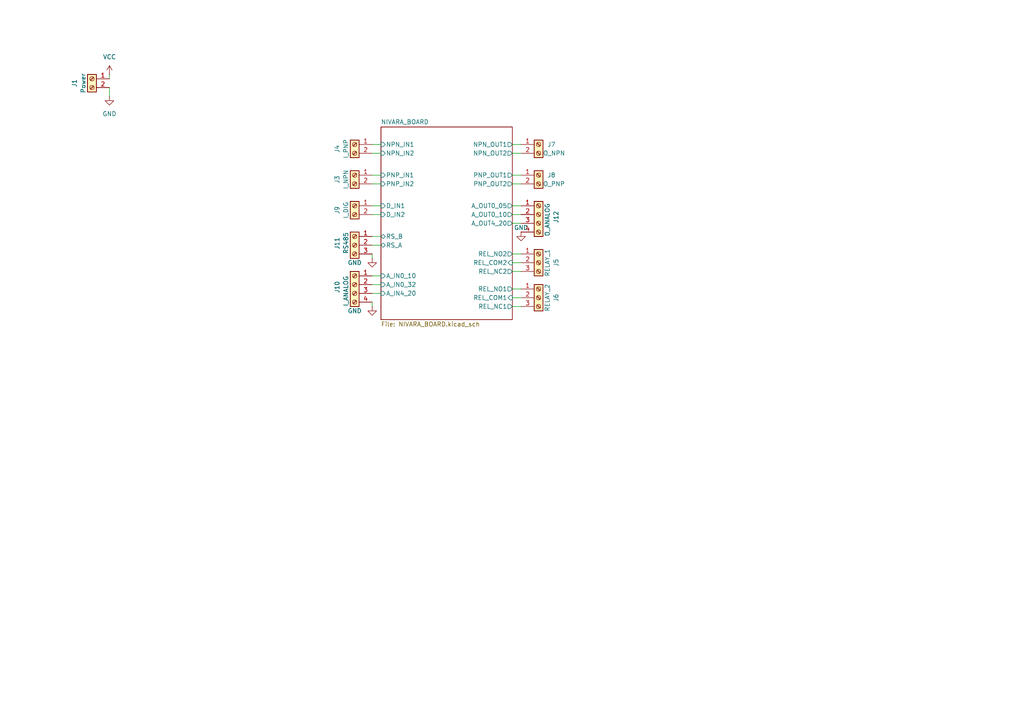
<source format=kicad_sch>
(kicad_sch (version 20250114) (generator "eeschema") (generator_version "9.0")
  (paper "A4")
  (lib_symbols
    (symbol "Connector:Screw_Terminal_01x02" (pin_names (offset 1.016) (hide yes))
      (property "Reference" "J" (at 0 2.54 0))
      (property "Value" "Screw_Terminal_01x02" (at 0 -5.08 0))
      (symbol "Screw_Terminal_01x02_1_1"
        (rectangle (start -1.27 1.27) (end 1.27 -3.81) (stroke (width 0.254)) (fill (type background)))
        (polyline (pts (xy -0.5334 0.3302) (xy 0.3302 -0.508)) (stroke (width 0.1524)))
        (polyline (pts (xy -0.5334 -2.2098) (xy 0.3302 -3.048)) (stroke (width 0.1524)))
        (polyline (pts (xy -0.3556 0.508) (xy 0.508 -0.3302)) (stroke (width 0.1524)))
        (polyline (pts (xy -0.3556 -2.032) (xy 0.508 -2.8702)) (stroke (width 0.1524)))
        (circle (center 0 0) (radius 0.635) (stroke (width 0.1524)))
        (circle (center 0 -2.54) (radius 0.635) (stroke (width 0.1524)))
        (pin passive line (at -5.08 0 0) (length 3.81) (name "Pin_1") (number "1"))
        (pin passive line (at -5.08 -2.54 0) (length 3.81) (name "Pin_2") (number "2"))
      )
    )
    (symbol "Connector:Screw_Terminal_01x03" (pin_names (offset 1.016) (hide yes))
      (property "Reference" "J" (at 0 5.08 0))
      (property "Value" "Screw_Terminal_01x03" (at 0 -5.08 0))
      (symbol "Screw_Terminal_01x03_1_1"
        (rectangle (start -1.27 3.81) (end 1.27 -3.81) (stroke (width 0.254)) (fill (type background)))
        (polyline (pts (xy -0.5334 2.8702) (xy 0.3302 2.032)) (stroke (width 0.1524)))
        (polyline (pts (xy -0.5334 0.3302) (xy 0.3302 -0.508)) (stroke (width 0.1524)))
        (polyline (pts (xy -0.5334 -2.2098) (xy 0.3302 -3.048)) (stroke (width 0.1524)))
        (polyline (pts (xy -0.3556 3.048) (xy 0.508 2.2098)) (stroke (width 0.1524)))
        (polyline (pts (xy -0.3556 0.508) (xy 0.508 -0.3302)) (stroke (width 0.1524)))
        (polyline (pts (xy -0.3556 -2.032) (xy 0.508 -2.8702)) (stroke (width 0.1524)))
        (circle (center 0 2.54) (radius 0.635) (stroke (width 0.1524)))
        (circle (center 0 0) (radius 0.635) (stroke (width 0.1524)))
        (circle (center 0 -2.54) (radius 0.635) (stroke (width 0.1524)))
        (pin passive line (at -5.08 2.54 0) (length 3.81) (name "Pin_1") (number "1"))
        (pin passive line (at -5.08 0 0) (length 3.81) (name "Pin_2") (number "2"))
        (pin passive line (at -5.08 -2.54 0) (length 3.81) (name "Pin_3") (number "3"))
      )
    )
    (symbol "Connector:Screw_Terminal_01x04" (pin_names (offset 1.016) (hide yes))
      (property "Reference" "J" (at 0 5.08 0))
      (property "Value" "Screw_Terminal_01x04" (at 0 -7.62 0))
      (symbol "Screw_Terminal_01x04_1_1"
        (rectangle (start -1.27 3.81) (end 1.27 -6.35) (stroke (width 0.254)) (fill (type background)))
        (polyline (pts (xy -0.5334 2.8702) (xy 0.3302 2.032)) (stroke (width 0.1524)))
        (polyline (pts (xy -0.5334 0.3302) (xy 0.3302 -0.508)) (stroke (width 0.1524)))
        (polyline (pts (xy -0.5334 -2.2098) (xy 0.3302 -3.048)) (stroke (width 0.1524)))
        (polyline (pts (xy -0.5334 -4.7498) (xy 0.3302 -5.588)) (stroke (width 0.1524)))
        (polyline (pts (xy -0.3556 3.048) (xy 0.508 2.2098)) (stroke (width 0.1524)))
        (polyline (pts (xy -0.3556 0.508) (xy 0.508 -0.3302)) (stroke (width 0.1524)))
        (polyline (pts (xy -0.3556 -2.032) (xy 0.508 -2.8702)) (stroke (width 0.1524)))
        (polyline (pts (xy -0.3556 -4.572) (xy 0.508 -5.4102)) (stroke (width 0.1524)))
        (circle (center 0 2.54) (radius 0.635) (stroke (width 0.1524)))
        (circle (center 0 0) (radius 0.635) (stroke (width 0.1524)))
        (circle (center 0 -2.54) (radius 0.635) (stroke (width 0.1524)))
        (circle (center 0 -5.08) (radius 0.635) (stroke (width 0.1524)))
        (pin passive line (at -5.08 2.54 0) (length 3.81) (name "Pin_1") (number "1"))
        (pin passive line (at -5.08 0 0) (length 3.81) (name "Pin_2") (number "2"))
        (pin passive line (at -5.08 -2.54 0) (length 3.81) (name "Pin_3") (number "3"))
        (pin passive line (at -5.08 -5.08 0) (length 3.81) (name "Pin_4") (number "4"))
      )
    )
    (symbol "power:GND" (power) (pin_numbers (hide yes)) (pin_names (offset 0) (hide yes))
      (property "Value" "GND" (at 0 -3.81 0))
      (symbol "GND_0_1"
        (polyline (pts (xy 0 0) (xy 0 -1.27) (xy 1.27 -1.27) (xy 0 -2.54) (xy -1.27 -1.27) (xy 0 -1.27)))
      )
      (symbol "GND_1_1"
        (pin power_in line (at 0 0 270) (length 0) (name "~") (number "1"))
      )
    )
    (symbol "power:VCC" (power) (pin_numbers (hide yes)) (pin_names (offset 0) (hide yes))
      (property "Value" "VCC" (at 0 3.556 0))
      (symbol "VCC_0_1"
        (polyline (pts (xy -0.762 1.27) (xy 0 2.54)))
        (polyline (pts (xy 0 2.54) (xy 0.762 1.27)))
        (polyline (pts (xy 0 0) (xy 0 2.54)))
      )
      (symbol "VCC_1_1"
        (pin power_in line (at 0 0 90) (length 0) (name "~") (number "1"))
      )
    )
  )
  (wire (pts (xy 148.59 50.8) (xy 151.13 50.8)))
  (wire (pts (xy 148.59 44.45) (xy 151.13 44.45)))
  (wire (pts (xy 151.13 76.2) (xy 148.59 76.2)))
  (wire (pts (xy 107.95 88.9) (xy 107.95 87.63)))
  (wire (pts (xy 148.59 59.69) (xy 151.13 59.69)))
  (wire (pts (xy 148.59 41.91) (xy 151.13 41.91)))
  (wire (pts (xy 107.95 85.09) (xy 110.49 85.09)))
  (wire (pts (xy 31.75 27.94) (xy 31.75 25.4)))
  (wire (pts (xy 107.95 59.69) (xy 110.49 59.69)))
  (wire (pts (xy 107.95 44.45) (xy 110.49 44.45)))
  (wire (pts (xy 107.95 53.34) (xy 110.49 53.34)))
  (wire (pts (xy 151.13 78.74) (xy 148.59 78.74)))
  (wire (pts (xy 107.95 74.93) (xy 107.95 73.66)))
  (wire (pts (xy 151.13 88.9) (xy 148.59 88.9)))
  (wire (pts (xy 107.95 62.23) (xy 110.49 62.23)))
  (wire (pts (xy 148.59 62.23) (xy 151.13 62.23)))
  (wire (pts (xy 110.49 71.12) (xy 107.95 71.12)))
  (wire (pts (xy 151.13 86.36) (xy 148.59 86.36)))
  (wire (pts (xy 110.49 68.58) (xy 107.95 68.58)))
  (wire (pts (xy 151.13 83.82) (xy 148.59 83.82)))
  (wire (pts (xy 107.95 82.55) (xy 110.49 82.55)))
  (wire (pts (xy 107.95 50.8) (xy 110.49 50.8)))
  (wire (pts (xy 107.95 80.01) (xy 110.49 80.01)))
  (wire (pts (xy 151.13 73.66) (xy 148.59 73.66)))
  (wire (pts (xy 31.75 21.59) (xy 31.75 22.86)))
  (wire (pts (xy 107.95 41.91) (xy 110.49 41.91)))
  (wire (pts (xy 148.59 53.34) (xy 151.13 53.34)))
  (wire (pts (xy 148.59 64.77) (xy 151.13 64.77)))
  (symbol (lib_id "Connector:Screw_Terminal_01x02") (at 102.87 59.69 0) (mirror y) (unit 1)
    (property "Reference" "J9" (at 97.79 60.96 90))
    (property "Value" "I_DIG" (at 100.33 60.96 90))
    (property "Footprint" "TerminalBlock:TerminalBlock_bornier-2_P5.08mm" (effects (hide yes)))
    (property "Description" "Generic screw terminal, single row, 01x02, script generated (kicad-library-utils/schlib/autogen/connector/)" (effects (hide yes)))
    (property "PART NUMBERT" "WJ500V-5.08-2P" (effects (hide yes)))
  )
  (symbol (lib_id "power:GND") (at 151.13 67.31 0) (unit 1)
    (property "Reference" "#PWR013" (effects (hide yes)))
    (property "Value" "GND" (at 151.13 66.04 0))
    (property "Description" "Power symbol creates a global label with name \"GND\" , ground" (effects (hide yes)))
  )
  (symbol (lib_id "Connector:Screw_Terminal_01x02") (at 102.87 41.91 0) (mirror y) (unit 1)
    (property "Reference" "J4" (at 97.79 43.18 90))
    (property "Value" "I_PNP" (at 100.33 43.18 90))
    (property "Footprint" "TerminalBlock:TerminalBlock_bornier-2_P5.08mm" (effects (hide yes)))
    (property "Description" "Generic screw terminal, single row, 01x02, script generated (kicad-library-utils/schlib/autogen/connector/)" (effects (hide yes)))
    (property "PART NUMBERT" "WJ500V-5.08-2P" (effects (hide yes)))
  )
  (symbol (lib_id "Connector:Screw_Terminal_01x04") (at 102.87 82.55 0) (mirror y) (unit 1)
    (property "Reference" "J10" (at 97.79 85.09 90) (effects (justify left)))
    (property "Value" "I_ANALOG" (at 100.33 88.9 90) (effects (justify left)))
    (property "Footprint" "TerminalBlock:TerminalBlock_bornier-4_P5.08mm" (effects (hide yes)))
    (property "Description" "Generic screw terminal, single row, 01x04, script generated (kicad-library-utils/schlib/autogen/connector/)" (effects (hide yes)))
  )
  (symbol (lib_id "Connector:Screw_Terminal_01x02") (at 156.21 41.91 0) (unit 1)
    (property "Reference" "J7" (at 158.75 41.91 0) (effects (justify left)))
    (property "Value" "O_NPN" (at 157.48 44.45 0) (effects (justify left)))
    (property "Footprint" "TerminalBlock:TerminalBlock_bornier-2_P5.08mm" (effects (hide yes)))
    (property "Description" "Generic screw terminal, single row, 01x02, script generated (kicad-library-utils/schlib/autogen/connector/)" (effects (hide yes)))
    (property "PART NUMBERT" "WJ500V-5.08-2P" (effects (hide yes)))
  )
  (symbol (lib_id "power:VCC") (at 31.75 21.59 0) (unit 1)
    (property "Reference" "#PWR09" (effects (hide yes)))
    (property "Value" "VCC" (at 31.75 16.51 0))
    (property "Description" "Power symbol creates a global label with name \"VCC\"" (effects (hide yes)))
  )
  (symbol (lib_id "Connector:Screw_Terminal_01x04") (at 156.21 62.23 0) (unit 1)
    (property "Reference" "J12" (at 161.29 64.77 90) (effects (justify left)))
    (property "Value" "O_ANALOG" (at 158.75 68.58 90) (effects (justify left)))
    (property "Footprint" "TerminalBlock:TerminalBlock_bornier-4_P5.08mm" (effects (hide yes)))
    (property "Description" "Generic screw terminal, single row, 01x04, script generated (kicad-library-utils/schlib/autogen/connector/)" (effects (hide yes)))
  )
  (symbol (lib_id "Connector:Screw_Terminal_01x03") (at 102.87 71.12 0) (mirror y) (unit 1)
    (property "Reference" "J11" (at 97.79 72.39 90) (effects (justify left)))
    (property "Value" "RS485" (at 100.33 73.66 90) (effects (justify left)))
    (property "Footprint" "TerminalBlock:TerminalBlock_bornier-3_P5.08mm" (effects (hide yes)))
    (property "Description" "Generic screw terminal, single row, 01x03, script generated (kicad-library-utils/schlib/autogen/connector/)" (effects (hide yes)))
  )
  (symbol (lib_id "Connector:Screw_Terminal_01x02") (at 26.67 22.86 0) (mirror y) (unit 1)
    (property "Reference" "J1" (at 21.59 24.13 90))
    (property "Value" "Power" (at 24.13 24.13 90))
    (property "Footprint" "TerminalBlock:TerminalBlock_bornier-2_P5.08mm" (effects (hide yes)))
    (property "Description" "Generic screw terminal, single row, 01x02, script generated (kicad-library-utils/schlib/autogen/connector/)" (effects (hide yes)))
    (property "PART NUMBERT" "DB128L-5.08-2P-OG-S" (effects (hide yes)))
  )
  (symbol (lib_id "power:GND") (at 107.95 74.93 0) (unit 1)
    (property "Reference" "#PWR012" (effects (hide yes)))
    (property "Value" "GND" (at 102.87 76.2 0))
    (property "Description" "Power symbol creates a global label with name \"GND\" , ground" (effects (hide yes)))
  )
  (symbol (lib_id "power:GND") (at 107.95 88.9 0) (unit 1)
    (property "Reference" "#PWR011" (effects (hide yes)))
    (property "Value" "GND" (at 102.87 90.17 0))
    (property "Description" "Power symbol creates a global label with name \"GND\" , ground" (effects (hide yes)))
  )
  (symbol (lib_id "Connector:Screw_Terminal_01x02") (at 102.87 50.8 0) (mirror y) (unit 1)
    (property "Reference" "J3" (at 97.79 52.07 90))
    (property "Value" "I_NPN" (at 100.33 52.07 90))
    (property "Footprint" "TerminalBlock:TerminalBlock_bornier-2_P5.08mm" (effects (hide yes)))
    (property "Description" "Generic screw terminal, single row, 01x02, script generated (kicad-library-utils/schlib/autogen/connector/)" (effects (hide yes)))
    (property "PART NUMBERT" "WJ500V-5.08-2P" (effects (hide yes)))
  )
  (symbol (lib_id "Connector:Screw_Terminal_01x03") (at 156.21 86.36 0) (unit 1)
    (property "Reference" "J6" (at 161.29 86.36 90))
    (property "Value" "RELAY_2" (at 158.75 86.36 90))
    (property "Footprint" "TerminalBlock:TerminalBlock_bornier-3_P5.08mm" (effects (hide yes)))
    (property "Description" "Generic screw terminal, single row, 01x03, script generated (kicad-library-utils/schlib/autogen/connector/)" (effects (hide yes)))
  )
  (symbol (lib_id "Connector:Screw_Terminal_01x02") (at 156.21 50.8 0) (unit 1)
    (property "Reference" "J8" (at 158.75 50.8 0) (effects (justify left)))
    (property "Value" "O_PNP" (at 157.48 53.34 0) (effects (justify left)))
    (property "Footprint" "TerminalBlock:TerminalBlock_bornier-2_P5.08mm" (effects (hide yes)))
    (property "Description" "Generic screw terminal, single row, 01x02, script generated (kicad-library-utils/schlib/autogen/connector/)" (effects (hide yes)))
    (property "PART NUMBERT" "WJ500V-5.08-2P" (effects (hide yes)))
  )
  (symbol (lib_id "power:GND") (at 31.75 27.94 0) (unit 1)
    (property "Reference" "#PWR010" (effects (hide yes)))
    (property "Value" "GND" (at 31.75 33.02 0))
    (property "Description" "Power symbol creates a global label with name \"GND\" , ground" (effects (hide yes)))
  )
  (symbol (lib_id "Connector:Screw_Terminal_01x03") (at 156.21 76.2 0) (unit 1)
    (property "Reference" "J5" (at 161.29 76.2 90))
    (property "Value" "RELAY_1" (at 158.75 76.2 90))
    (property "Footprint" "TerminalBlock:TerminalBlock_bornier-3_P5.08mm" (effects (hide yes)))
    (property "Description" "Generic screw terminal, single row, 01x03, script generated (kicad-library-utils/schlib/autogen/connector/)" (effects (hide yes)))
  )
  (sheet (at 110.49 36.83) (size 38.1 55.88) (stroke (width 0.1524))
    (property "Sheetname" "NIVARA_BOARD" (at 110.49 36.1184 0) (effects (justify left bottom)))
    (property "Sheetfile" "NIVARA_BOARD.kicad_sch" (at 110.49 93.2946 0) (effects (justify left top)))
    (pin "PNP_IN2" input (at 110.49 53.34 180))
    (pin "PNP_IN1" input (at 110.49 50.8 180))
    (pin "NPN_IN2" input (at 110.49 44.45 180))
    (pin "NPN_IN1" input (at 110.49 41.91 180))
    (pin "REL_NC2" output (at 148.59 78.74 0))
    (pin "REL_NO2" output (at 148.59 73.66 0))
    (pin "REL_COM2" input (at 148.59 76.2 0))
    (pin "REL_NC1" output (at 148.59 88.9 0))
    (pin "REL_NO1" output (at 148.59 83.82 0))
    (pin "REL_COM1" input (at 148.59 86.36 0))
    (pin "RS_B" bidirectional (at 110.49 68.58 180))
    (pin "RS_A" bidirectional (at 110.49 71.12 180))
    (pin "NPN_OUT2" output (at 148.59 44.45 0))
    (pin "PNP_OUT1" output (at 148.59 50.8 0))
    (pin "NPN_OUT1" output (at 148.59 41.91 0))
    (pin "PNP_OUT2" output (at 148.59 53.34 0))
    (pin "D_IN1" input (at 110.49 59.69 180))
    (pin "D_IN2" input (at 110.49 62.23 180))
    (pin "A_IN0_32" input (at 110.49 82.55 180))
    (pin "A_IN0_10" input (at 110.49 80.01 180))
    (pin "A_IN4_20" input (at 110.49 85.09 180))
    (pin "A_OUT4_20" output (at 148.59 64.77 0))
    (pin "A_OUT0_05" output (at 148.59 59.69 0))
    (pin "A_OUT0_10" output (at 148.59 62.23 0))
  )
)
</source>
